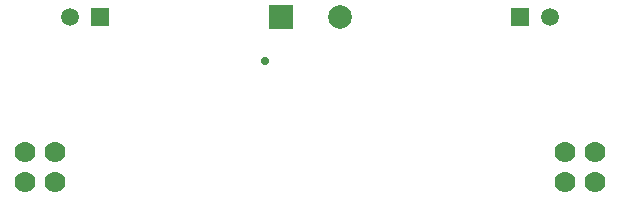
<source format=gts>
%FSLAX33Y33*%
%MOMM*%
%AMRect-W1500000-H1500000-RO1.000*
21,1,1.5,1.5,0.,0.,180*%
%ADD10C,0.7112*%
%ADD11R,2.X2.*%
%ADD12C,2.*%
%ADD13R,1.5X1.5*%
%ADD14C,1.5*%
%ADD15C,1.778*%
%ADD16C,1.5*%
%ADD17Rect-W1500000-H1500000-RO1.000*%
D10*
%LNtop solder mask_traces*%
G01*
X22809Y12776D03*
%LNtop solder mask component d884e53a61bc2bc3*%
D11*
X24170Y16510D03*
D12*
X29170Y16510D03*
%LNtop solder mask component 69ae52b910a5c8af*%
D13*
X44450Y16510D03*
D14*
X46990Y16510D03*
%LNtop solder mask component 8889ed7dfd5d4ee6*%
D15*
X2540Y5080D03*
X2540Y2540D03*
X5080Y5080D03*
X5080Y2540D03*
%LNtop solder mask component d1eda6cb61111443*%
X48260Y5080D03*
X48260Y2540D03*
X50800Y5080D03*
X50800Y2540D03*
%LNtop solder mask component e1997f597a53e994*%
D16*
X6350Y16510D03*
D17*
X8890Y16510D03*
M02*
</source>
